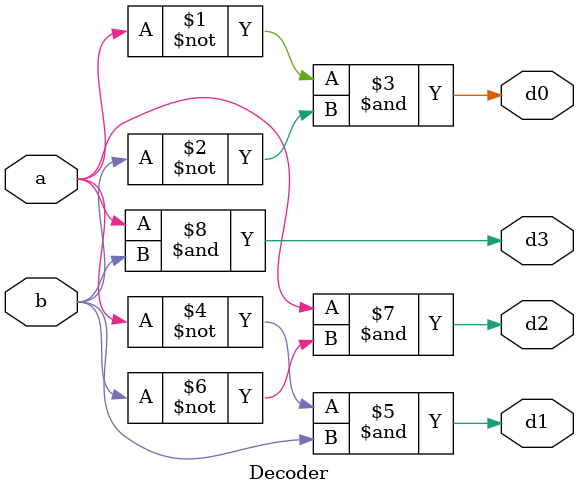
<source format=v>
`timescale 1ns / 1ps


module Decoder(
    input a, b,
    output d0, d1, d2, d3
    );

assign d0 = ~a & ~b;
assign d1 = ~a & b;
assign d2 = a & ~b;
assign d3 = a & b;

endmodule

</source>
